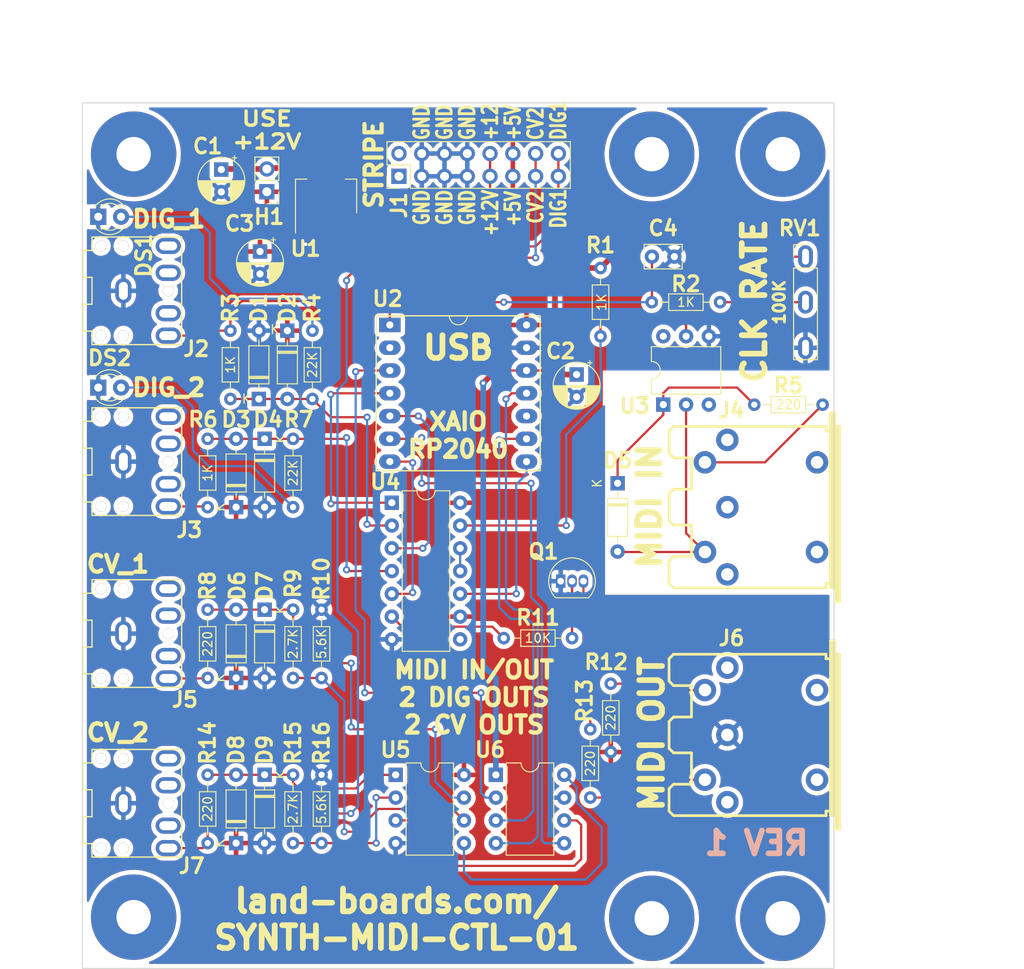
<source format=kicad_pcb>
(kicad_pcb (version 20211014) (generator pcbnew)
  (title_block (title "SYNTH MIDI COMTROLLER") (date "2022-09-23") (rev "1") (company "LAND BOARDS, LLC"))
  (layers (0 "F.Cu" signal) (31 "B.Cu" signal) (34 "B.Paste" user) (35 "F.Paste" user) (36 "B.SilkS" user "B.Silkscreen") (37 "F.SilkS" user "F.Silkscreen") (38 "B.Mask" user) (39 "F.Mask" user) (44 "Edge.Cuts" user))
  (net 0 "")
  (net 1 "Net-(D5-Pad1)")
  (net 2 "+3V3")
  (net 3 "+5V")
  (net 4 "/FREQ_POT")
  (net 6 "+12V")
  (net 7 "/GATE")
  (net 8 "Net-(C1-Pad1)")
  (net 13 "/RXD")
  (net 16 "/MIDI_IN")
  (net 17 "/CLK")
  (net 18 "Net-(D5-Pad2)")
  (net 19 "Net-(J6-Pad5)")
  (net 20 "Net-(Q1-Pad2)")
  (net 21 "Net-(Q1-Pad3)")
  (net 22 "Net-(DS1-Pad2)")
  (net 23 "Net-(J6-Pad4)")
  (net 24 "/GATE_I")
  (net 25 "/CLK_I")
  (net 26 "Net-(DS2-Pad2)")
  (net 28 "Net-(U5-Pad3)")
  (net 29 "Net-(R2-Pad1)")
  (net 30 "Net-(R10-Pad2)")
  (net 31 "Net-(R11-Pad2)")
  (net 33 "Net-(U2-Pad6)")
  (net 34 "Net-(U2-Pad9)")
  (net 36 "Net-(U2-Pad11)")
  (net 39 "Net-(R15-Pad1)")
  (net 40 "Net-(D6-Pad2)")
  (net 41 "Net-(D8-Pad2)")
  (net 42 "Net-(U2-Pad3)")
  (net 43 "Net-(U5-Pad5)")
  (net 48 "GND")
  (net 49 "Net-(R1-Pad1)")
  (net 50 "Net-(U2-Pad7)")
  (net 51 "Net-(U4-Pad11)")
  (net 52 "/DIG1")
  (net 53 "/DIG2")
  (net 54 "/CV1")
  (net 55 "/CV2")
  (footprint "Capacitor_THT:CP_Radial_D5.0mm_P2.50mm" (layer "F.Cu") (at 106.172 39.434888 -90)
    (fp_text reference "C3")
    (fp_text value "10uF")
  )
  (footprint "Diode_THT:D_DO-35_SOD27_P7.62mm_Horizontal" (layer "F.Cu") (at 106.68 60.325 -90)
    (fp_text reference "D4")
    (fp_text value "BAT41")
  )
  (footprint "Capacitor_THT:CP_Radial_D5.0mm_P2.50mm" (layer "F.Cu") (at 141.478 53.150888 -90)
    (fp_text reference "C2")
    (fp_text value "10uF")
  )
  (footprint "Diode_THT:D_DO-35_SOD27_P7.62mm_Horizontal" (layer "F.Cu") (at 106.68 97.79 -90)
    (fp_text reference "D9")
    (fp_text value "BAT41")
  )
  (footprint "LandBoards_MountHoles:MTG-6-32" (layer "F.Cu") (at 92.075 113.665)
    (fp_text reference "MTG2" hide)
    (fp_text value "MountingHole" hide)
  )
  (footprint "LandBoards_Conns:Pot3" (layer "F.Cu") (at 167.005 40.01)
    (fp_text reference "RV1")
    (fp_text value "100K")
  )
  (footprint "LandBoards_MountHoles:MTG-6-32" (layer "F.Cu") (at 164.465 28.575)
    (fp_text reference "MTG3" hide)
    (fp_text value "MountingHole" hide)
  )
  (footprint "LandBoards_MountHoles:MTG-6-32" (layer "F.Cu") (at 146.558 114.173)
    (fp_text reference "MTG6" hide)
    (fp_text value "MountingHole" hide)
  )
  (footprint "Resistor_THT:R_Axial_DIN0204_L3.6mm_D1.6mm_P7.62mm_Horizontal" (layer "F.Cu") (at 100.33 79.375 -90)
    (fp_text reference "R8")
    (fp_text value "220")
  )
  (footprint "Resistor_THT:R_Axial_DIN0204_L3.6mm_D1.6mm_P7.62mm_Horizontal" (layer "F.Cu") (at 100.33 60.325 -90)
    (fp_text reference "R6")
    (fp_text value "1K")
  )
  (footprint "Resistor_THT:R_Axial_DIN0204_L3.6mm_D1.6mm_P7.62mm_Horizontal" (layer "F.Cu") (at 168.91 56.515 180)
    (fp_text reference "R5")
    (fp_text value "220")
  )
  (footprint "Resistor_THT:R_Axial_DIN0204_L3.6mm_D1.6mm_P7.62mm_Horizontal" (layer "F.Cu") (at 109.855 105.41 90)
    (fp_text reference "R15")
    (fp_text value "2.7K")
  )
  (footprint "LandBoards_Conns:Jack_3.5mm_CUI_SJ1-3523N_Horizontal" (layer "F.Cu") (at 90.932 62.865 90)
    (fp_text reference "J3")
    (fp_text value "AudioJack3" hide)
  )
  (footprint "Package_DIP:DIP-6_W7.62mm" (layer "F.Cu") (at 151.145 56.505 90)
    (fp_text reference "U3")
    (fp_text value "CNY17-4X006")
  )
  (footprint "LandBoards_Conns:Jack_3.5mm_CUI_SJ1-3523N_Horizontal" (layer "F.Cu") (at 90.932 82.042 90)
    (fp_text reference "J5")
    (fp_text value "AudioJack3" hide)
  )
  (footprint "Diode_THT:D_DO-35_SOD27_P7.62mm_Horizontal" (layer "F.Cu") (at 103.505 86.995 90)
    (fp_text reference "D6")
    (fp_text value "BAT41")
  )
  (footprint "Package_DIP:DIP-8_W7.62mm" (layer "F.Cu") (at 132.471 97.8)
    (fp_text reference "U6")
    (fp_text value "MCP4822-E/P")
  )
  (footprint "Resistor_THT:R_Axial_DIN0204_L3.6mm_D1.6mm_P7.62mm_Horizontal" (layer "F.Cu") (at 109.855 86.995 90)
    (fp_text reference "R9")
    (fp_text value "2.7K")
  )
  (footprint "Diode_THT:D_DO-35_SOD27_P7.62mm_Horizontal" (layer "F.Cu") (at 146.05 65.278 -90)
    (fp_text reference "D5")
    (fp_text value "BAT41")
  )
  (footprint "Resistor_THT:R_Axial_DIN0204_L3.6mm_D1.6mm_P7.62mm_Horizontal" (layer "F.Cu") (at 100.33 97.79 -90)
    (fp_text reference "R14")
    (fp_text value "220")
  )
  (footprint "Diode_THT:D_DO-35_SOD27_P7.62mm_Horizontal" (layer "F.Cu") (at 103.505 105.41 90)
    (fp_text reference "D8")
    (fp_text value "BAT41")
  )
  (footprint "Diode_THT:D_DO-35_SOD27_P7.62mm_Horizontal" (layer "F.Cu") (at 103.505 67.945 90)
    (fp_text reference "D3")
    (fp_text value "BAT41")
  )
  (footprint "Diode_THT:D_DO-35_SOD27_P7.62mm_Horizontal" (layer "F.Cu") (at 106.045 55.88 90)
    (fp_text reference "D1")
    (fp_text value "BAT41")
  )
  (footprint "Package_DIP:DIP-8_W7.62mm" (layer "F.Cu") (at 121.295 97.8)
    (fp_text reference "U5")
    (fp_text value "MCP6232")
  )
  (footprint "LandBoards_Conns:MIDI_DIN-5" (layer "F.Cu") (at 161.29 93.345 90)
    (fp_text reference "J6")
    (fp_text value "DIN-5" hide)
  )
  (footprint "Resistor_THT:R_Axial_DIN0204_L3.6mm_D1.6mm_P7.62mm_Horizontal" (layer "F.Cu") (at 113.03 79.375 -90)
    (fp_text reference "R10")
    (fp_text value "5.6K")
  )
  (footprint "Resistor_THT:R_Axial_DIN0204_L3.6mm_D1.6mm_P7.62mm_Horizontal" (layer "F.Cu") (at 102.87 55.88 90)
    (fp_text reference "R3")
    (fp_text value "1K")
  )
  (footprint "LandBoards_MountHoles:MTG-6-32" (layer "F.Cu") (at 147.574 28.194)
    (fp_text reference "MTG5" hide)
    (fp_text value "MountingHole" hide)
  )
  (footprint "Diode_THT:D_DO-35_SOD27_P7.62mm_Horizontal" (layer "F.Cu") (at 106.68 79.375 -90)
    (fp_text reference "D7")
    (fp_text value "BAT41")
  )
  (footprint "Connector_PinHeader_2.54mm:PinHeader_2x08_P2.54mm_Vertical" (layer "F.Cu") (at 121.666 31.05 90)
    (fp_text reference "J1")
    (fp_text value "Conn_02x08_Odd_Even")
  )
  (footprint "Resistor_THT:R_Axial_DIN0204_L3.6mm_D1.6mm_P7.62mm_Horizontal" (layer "F.Cu") (at 143.002 92.71 -90)
    (fp_text reference "R13")
    (fp_text value "220")
  )
  (footprint "Resistor_THT:R_Axial_DIN0204_L3.6mm_D1.6mm_P7.62mm_Horizontal" (layer "F.Cu") (at 157.48 45.085 180)
    (fp_text reference "R2")
    (fp_text value "1K")
  )
  (footprint "Package_TO_SOT_THT:TO-92_Inline" (layer "F.Cu") (at 139.7 76.2)
    (fp_text reference "Q1")
    (fp_text value "2N3904")
  )
  (footprint "LandBoards_BoardOutlines:QT_Py" (layer "F.Cu") (at 120.65 47.625)
    (fp_text reference "U2")
    (fp_text value "XIAO_RP2040")
  )
  (footprint "Diode_THT:D_DO-35_SOD27_P7.62mm_Horizontal" (layer "F.Cu") (at 109.22 48.26 -90)
    (fp_text reference "D2")
    (fp_text value "BAT41")
  )
  (footprint "Connector_PinHeader_2.54mm:PinHeader_1x02_P2.54mm_Vertical" (layer "F.Cu") (at 106.934 32.771 180)
    (fp_text reference "H1")
    (fp_text value "Conn_01x02")
  )
  (footprint "LandBoards_MountHoles:MTG-6-32" (layer "F.Cu") (at 164.465 113.665)
    (fp_text reference "MTG4" hide)
    (fp_text value "MountingHole" hide)
  )
  (footprint "LandBoards_MountHoles:MTG-6-32" (layer "F.Cu") (at 92.075 28.575)
    (fp_text reference "MTG1" hide)
    (fp_text value "MountingHole" hide)
  )
  (footprint "Resistor_THT:R_Axial_DIN0204_L3.6mm_D1.6mm_P7.62mm_Horizontal" (layer "F.Cu") (at 113.03 97.79 -90)
    (fp_text reference "R16")
    (fp_text value "5.6K")
  )
  (footprint "Resistor_THT:R_Axial_DIN0204_L3.6mm_D1.6mm_P7.62mm_Horizontal" (layer "F.Cu") (at 144.145 48.895 90)
    (fp_text reference "R1")
    (fp_text value "1K")
  )
  (footprint "Resistor_THT:R_Axial_DIN0204_L3.6mm_D1.6mm_P7.62mm_Horizontal" (layer "F.Cu") (at 112.014 48.26 -90)
    (fp_text reference "R4")
    (fp_text value "22K")
  )
  (footprint "Resistor_THT:R_Axial_DIN0204_L3.6mm_D1.6mm_P7.62mm_Horizontal" (layer "F.Cu") (at 109.855 67.945 90)
    (fp_text reference "R7")
    (fp_text value "22K")
  )
  (footprint "LandBoards_Conns:MIDI_DIN-5" (layer "F.Cu") (at 161.29 67.945 90)
    (fp_text reference "J4")
    (fp_text value "DIN-5" hide)
  )
  (footprint "Resistor_THT:R_Axial_DIN0204_L3.6mm_D1.6mm_P7.62mm_Horizontal" (layer "F.Cu") (at 145.288 87.63 -90)
    (fp_text reference "R12")
    (fp_text value "220")
  )
  (footprint "LED_THT:LED_D3.0mm" (layer "F.Cu") (at 88.133 35.56)
    (fp_text reference "DS1")
    (fp_text value "LED")
  )
  (footprint "LandBoards_Conns:Jack_3.5mm_CUI_SJ1-3523N_Horizontal" (layer "F.Cu") (at 90.932 43.815 90)
    (fp_text reference "J2")
    (fp_text value "AudioJack3" hide)
  )
  (footprint "Capacitor_THT:CP_Radial_D5.0mm_P2.50mm" (layer "F.Cu") (at 101.854 30.290888 -90)
    (fp_text reference "C1")
    (fp_text value "10uF")
  )
  (footprint "LandBoards_Conns:Jack_3.5mm_CUI_SJ1-3523N_Horizontal" (layer "F.Cu") (at 90.932 100.965 90)
    (fp_text reference "J7")
    (fp_text value "AudioJack3" hide)
  )
  (footprint "LED_THT:LED_D3.0mm" (layer "F.Cu") (at 88.133 54.61)
    (fp_text reference "DS2")
    (fp_text value "LED")
  )
  (footprint "Package_DIP:DIP-14_W7.62mm" (layer "F.Cu") (at 120.87 67.45)
    (fp_text reference "U4")
    (fp_text value "74HC14")
  )
  (footprint "Resistor_THT:R_Axial_DIN0204_L3.6mm_D1.6mm_P7.62mm_Horizontal" (layer "F.Cu") (at 140.97 82.55 180)
    (fp_text reference "R11")
    (fp_text value "10K")
  )
  (footprint "Package_TO_SOT_SMD:SOT-223" (layer "F.Cu") (at 113.538 33.274 90)
    (fp_text reference "U1")
    (fp_text value "AZ1117-5")
  )
  (footprint "Capacitor_THT:C_Rect_L4.0mm_W2.5mm_P2.50mm" (layer "F.Cu") (at 149.88 40.005)
    (fp_text reference "C4")
    (fp_text value "220pF")
  )
  (gr_rect (start 86.36 22.86) (end 170.18 119.38) (layer "Edge.Cuts") (width 0.1) (fill none))
  (gr_text "REV 1" (at 161.544 105.41) (layer "B.SilkS") (effects (font (size 2.54 2.54) (thickness 0.635)) (justify mirror)))
  (gr_text "XAIO\nRP2040" (at 128.27 59.944) (layer "F.SilkS") (effects (font (size 1.905 1.905) (thickness 0.47625))))
  (gr_text "STRIPE" (at 118.872 29.718 90) (layer "F.SilkS") (effects (font (size 1.905 1.905) (thickness 0.47625))))
  (gr_text "CV_1" (at 86.614 74.295) (layer "F.SilkS") (effects (font (size 1.8796 1.905) (thickness 0.4699)) (justify left)))
  (gr_text "GND" (at 126.746 27.178 90) (layer "F.SilkS") (effects (font (size 1.651 1.27) (thickness 0.3175)) (justify left)))
  (gr_text "GND" (at 129.286 27.178 90) (layer "F.SilkS") (effects (font (size 1.651 1.27) (thickness 0.3175)) (justify left)))
  (gr_text "DIG_1" (at 91.694 35.814) (layer "F.SilkS") (effects (font (size 1.8796 1.905) (thickness 0.4699)) (justify left)))
  (gr_text "CV2" (at 136.906 32.512 90) (layer "F.SilkS") (effects (font (size 1.651 1.27) (thickness 0.3175)) (justify right)))
  (gr_text "+5V" (at 134.366 27.18 90) (layer "F.SilkS") (effects (font (size 1.651 1.27) (thickness 0.3175)) (justify left)))
  (gr_text "land-boards.com/\nSYNTH-MIDI-CTL-01" (at 121.412 113.919) (layer "F.SilkS") (effects (font (size 2.54 2.54) (thickness 0.635))))
  (gr_text "GND" (at 124.206 32.38 90) (layer "F.SilkS") (effects (font (size 1.651 1.27) (thickness 0.3175)) (justify right)))
  (gr_text "+12V" (at 131.856 32.38 90) (layer "F.SilkS") (effects (font (size 1.651 1.27) (thickness 0.3175)) (justify right)))
  (gr_text "MIDI OUT" (at 149.86 93.218 90) (layer "F.SilkS") (effects (font (size 2.54 2.54) (thickness 0.635))))
  (gr_text "+5V" (at 134.366 32.512 90) (layer "F.SilkS") (effects (font (size 1.651 1.27) (thickness 0.3175)) (justify right)))
  (gr_text "GND" (at 129.286 32.38 90) (layer "F.SilkS") (effects (font (size 1.651 1.27) (thickness 0.3175)) (justify right)))
  (gr_text "DIG1" (at 139.446 32.258 90) (layer "F.SilkS") (effects (font (size 1.651 1.27) (thickness 0.3175)) (justify right)))
  (gr_text "CV_2" (at 86.614 93.091) (layer "F.SilkS") (effects (font (size 1.905 1.905) (thickness 0.47625)) (justify left)))
  (gr_text "CV2" (at 136.906 27.178 90) (layer "F.SilkS") (effects (font (size 1.651 1.27) (thickness 0.3175)) (justify left)))
  (gr_text "USB" (at 128.27 50.165) (layer "F.SilkS") (effects (font (size 2.54 2.54) (thickness 0.635))))
  (gr_text "+12" (at 131.826 27.18 90) (layer "F.SilkS") (effects (font (size 1.651 1.27) (thickness 0.3175)) (justify left)))
  (gr_text "GND" (at 124.206 27.178 90) (layer "F.SilkS") (effects (font (size 1.651 1.27) (thickness 0.3175)) (justify left)))
  (gr_text "CLK RATE" (at 161.29 44.958 90) (layer "F.SilkS") (effects (font (size 2.54 2.54) (thickness 0.635))))
  (gr_text "MIDI IN/OUT\n2 DIG OUTS\n2 CV OUTS" (at 130.048 89.154) (layer "F.SilkS") (effects (font (size 1.905 1.905) (thickness 0.47625))))
  (gr_text "GND" (at 126.746 32.38 90) (layer "F.SilkS") (effects (font (size 1.651 1.27) (thickness 0.3175)) (justify right)))
  (gr_text "DIG_2" (at 91.694 54.61) (layer "F.SilkS") (effects (font (size 1.8796 1.905) (thickness 0.4699)) (justify left)))
  (gr_text "MIDI IN" (at 149.606 67.818 90) (layer "F.SilkS") (effects (font (size 2.54 2.54) (thickness 0.635))))
  (gr_text "DIG1" (at 139.446 27.178 90) (layer "F.SilkS") (effects (font (size 1.651 1.27) (thickness 0.3175)) (justify left)))
  (gr_text "USE\n+12V" (at 106.934 25.908) (layer "F.SilkS") (effects (font (size 1.5875 1.905) (thickness 0.381))))
  (segment (start 159.385 54.61) (end 151.765 54.61) (width 0.25) (layer "F.Cu") (net 1))
  (segment (start 151.145 56.505) (end 151.145 57.643) (width 0.25) (layer "F.Cu") (net 1))
  (segment (start 151.145 55.23) (end 151.145 56.505) (width 0.25) (layer "F.Cu") (net 1))
  (segment (start 151.145 57.643) (end 146.05 62.738) (width 0.25) (layer "F.Cu") (net 1))
  (segment (start 146.05 62.738) (end 146.05 65.278) (width 0.25) (layer "F.Cu") (net 1))
  (segment (start 151.765 54.61) (end 151.145 55.23) (width 0.25) (layer "F.Cu") (net 1))
  (segment (start 161.29 56.515) (end 159.385 54.61) (width 0.25) (layer "F.Cu") (net 1))
  (segment (start 137.795 52.705) (end 138.557 51.943) (width 0.635) (layer "F.Cu") (net 2))
  (segment (start 131.064 54.102) (end 132.461 52.705) (width 0.635) (layer "F.Cu") (net 2))
  (segment (start 138.557 51.943) (end 139.065 51.435) (width 0.635) (layer "F.Cu") (net 2))
  (segment (start 160.274 36.83) (end 163.454 40.01) (width 0.635) (layer "F.Cu") (net 2))
  (segment (start 138.557 51.943) (end 139.764888 53.150888) (width 0.635) (layer "F.Cu") (net 2))
  (segment (start 132.461 52.705) (end 135.89 52.705) (width 0.25) (layer "F.Cu") (net 2))
  (segment (start 135.89 52.705) (end 137.795 52.705) (width 0.25) (layer "F.Cu") (net 2))
  (segment (start 148.59 36.83) (end 160.274 36.83) (width 0.635) (layer "F.Cu") (net 2))
  (segment (start 163.454 40.01) (end 167.005 40.01) (width 0.25) (layer "F.Cu") (net 2))
  (segment (start 139.065 51.435) (end 139.065 43.18) (width 0.635) (layer "F.Cu") (net 2))
  (segment (start 140.97 41.275) (end 144.145 41.275) (width 0.635) (layer "F.Cu") (net 2))
  (segment (start 139.065 43.18) (end 140.97 41.275) (width 0.635) (layer "F.Cu") (net 2))
  (segment (start 144.145 41.275) (end 148.59 36.83) (width 0.635) (layer "F.Cu") (net 2))
  (segment (start 139.764888 53.150888) (end 141.478 53.150888) (width 0.635) (layer "F.Cu") (net 2))
  (via (at 131.064 54.102) (size 0.8) (drill 0.4) (layers "F.Cu" "B.Cu") (net 2))
  (segment (start 131.064 54.102) (end 131.064 85.598) (width 0.635) (layer "B.Cu") (net 2))
  (segment (start 132.471 87.005) (end 131.064 85.598) (width 0.635) (layer "B.Cu") (net 2))
  (segment (start 132.471 87.005) (end 132.471 97.8) (width 0.635) (layer "B.Cu") (net 2))
  (segment (start 120.65 45.72) (end 120.65 47.625) (width 0.25) (layer "F.Cu") (net 4))
  (segment (start 121.285 45.085) (end 120.65 45.72) (width 0.25) (layer "F.Cu") (net 4))
  (segment (start 133.35 45.085) (end 121.285 45.085) (width 0.25) (layer "F.Cu") (net 4))
  (segment (start 149.88 40.005) (end 149.88 45.065) (width 0.25) (layer "F.Cu") (net 4))
  (via (at 133.35 45.085) (size 0.8) (drill 0.4) (layers "F.Cu" "B.Cu") (net 4))
  (segment (start 149.86 45.085) (end 133.35 45.085) (width 0.25) (layer "B.Cu") (net 4))
  (segment (start 115.838 36.424) (end 128.93 36.424) (width 0.635) (layer "F.Cu") (net 6))
  (segment (start 128.93 36.424) (end 131.826 33.528) (width 0.635) (layer "F.Cu") (net 6))
  (segment (start 131.826 33.528) (end 131.826 31.05) (width 0.254) (layer "F.Cu") (net 6))
  (segment (start 131.826 31.05) (end 131.826 28.51) (width 0.254) (layer "F.Cu") (net 6))
  (segment (start 114.046 55.372) (end 114.173 55.245) (width 0.25) (layer "F.Cu") (net 7))
  (segment (start 114.173 55.245) (end 120.65 55.245) (width 0.25) (layer "F.Cu") (net 7))
  (segment (start 120.87 67.45) (end 114.1955 67.45) (width 0.25) (layer "F.Cu") (net 7))
  (segment (start 114.1955 67.45) (end 114.0815 67.564) (width 0.25) (layer "F.Cu") (net 7))
  (via (at 114.046 55.372) (size 0.8) (drill 0.4) (layers "F.Cu" "B.Cu") (net 7))
  (via (at 114.0815 67.564) (size 0.8) (drill 0.4) (layers "F.Cu" "B.Cu") (net 7))
  (segment (start 114.0815 67.564) (end 114.0815 55.4075) (width 0.25) (layer "B.Cu") (net 7))
  (segment (start 114.0815 55.4075) (end 114.046 55.372) (width 0.25) (layer "B.Cu") (net 7))
  (segment (start 106.934 30.231) (end 101.913888 30.231) (width 0.635) (layer "F.Cu") (net 8))
  (segment (start 113.538 36.424) (end 113.538 30.124) (width 0.635) (layer "F.Cu") (net 8))
  (segment (start 113.538 30.124) (end 107.041 30.124) (width 0.635) (layer "F.Cu") (net 8))
  (segment (start 128.49 77.61) (end 134.734 77.61) (width 0.25) (layer "F.Cu") (net 13))
  (segment (start 134.734 77.61) (end 134.747 77.597) (width 0.25) (layer "F.Cu") (net 13))
  (via (at 134.747 77.597) (size 0.8) (drill 0.4) (layers "F.Cu" "B.Cu") (net 13))
  (segment (start 134.747 77.597) (end 134.747 65.405) (width 0.25) (layer "B.Cu") (net 13))
  (segment (start 134.747 65.405) (end 135.89 64.262) (width 0.25) (layer "B.Cu") (net 13))
  (segment (start 135.89 64.262) (end 135.89 62.865) (width 0.25) (layer "B.Cu") (net 13))
  (segment (start 155.79 62.945) (end 162.48 62.945) (width 0.25) (layer "F.Cu") (net 16))
  (segment (start 162.48 62.945) (end 168.91 56.515) (width 0.25) (layer "F.Cu") (net 16))
  (segment (start 124.32 72.53) (end 120.87 72.53) (width 0.25) (layer "F.Cu") (net 17))
  (segment (start 120.65 57.785) (end 123.825 57.785) (width 0.25) (layer "F.Cu") (net 17))
  (via (at 123.825 57.785) (size 0.8) (drill 0.4) (layers "F.Cu" "B.Cu") (net 17))
  (via (at 124.32 72.53) (size 0.8) (drill 0.4) (layers "F.Cu" "B.Cu") (net 17))
  (segment (start 123.825 57.785) (end 124.968 58.928) (width 0.25) (layer "B.Cu") (net 17))
  (segment (start 124.968 58.928) (end 124.968 71.882) (width 0.25) (layer "B.Cu") (net 17))
  (segment (start 124.968 71.882) (end 124.32 72.53) (width 0.25) (layer "B.Cu") (net 17))
  (segment (start 153.685 70.84) (end 155.79 72.945) (width 0.25) (layer "F.Cu") (net 18))
  (segment (start 153.685 56.505) (end 153.685 70.84) (width 0.25) (layer "F.Cu") (net 18))
  (segment (start 155.79 72.945) (end 146.097 72.945) (width 0.25) (layer "F.Cu") (net 18))
  (segment (start 150.575 98.345) (end 148.59 100.33) (width 0.25) (layer "F.Cu") (net 19))
  (segment (start 155.79 98.345) (end 150.575 98.345) (width 0.25) (layer "F.Cu") (net 19))
  (segment (start 143.002 100.33) (end 148.59 100.33) (width 0.25) (layer "F.Cu") (net 19))
  (segment (start 140.97 82.55) (end 140.97 76.2) (width 0.25) (layer "F.Cu") (net 20))
  (segment (start 143.002 90.932) (end 142.24 90.17) (width 0.25) (layer "F.Cu") (net 21))
  (segment (start 142.24 76.2) (end 142.24 90.17) (width 0.25) (layer "F.Cu") (net 21))
  (segment (start 143.002 92.71) (end 143.002 90.932) (width 0.25) (layer "F.Cu") (net 21))
  (segment (start 100.584 37.338) (end 98.806 35.56) (width 0.25) (layer "B.Cu") (net 22))
  (segment (start 102.87 44.704) (end 100.584 42.418) (width 0.25) (layer "B.Cu") (net 22))
  (segment (start 102.87 44.704) (end 110.49 44.704) (width 0.25) (layer "B.Cu") (net 22))
  (segment (start 112.014 48.26) (end 112.014 46.228) (width 0.25) (layer "B.Cu") (net 22))
  (segment (start 98.806 35.56) (end 90.673 35.56) (width 0.25) (layer "B.Cu") (net 22))
  (segment (start 112.014 46.228) (end 110.49 44.704) (width 0.25) (layer "B.Cu") (net 22))
  (segment (start 100.584 42.418) (end 100.584 37.338) (width 0.25) (layer "B.Cu") (net 22))
  (segment (start 144.78 87.63) (end 148.684 87.63) (width 0.25) (layer "F.Cu") (net 23))
  (segment (start 155.79 88.345) (end 149.399 88.345) (width 0.25) (layer "F.Cu") (net 23))
  (segment (start 148.684 87.63) (end 149.399 88.345) (width 0.25) (layer "F.Cu") (net 23))
  (segment (start 114.046 57.912) (end 112.014 55.88) (width 0.25) (layer "F.Cu") (net 24))
  (segment (start 106.045 55.88) (end 109.22 55.88) (width 0.25) (layer "F.Cu") (net 24))
  (segment (start 120.87 69.99) (end 118.25 69.99) (width 0.25) (layer "F.Cu") (net 24))
  (segment (start 118.25 69.99) (end 118.11 69.85) (width 0.25) (layer "F.Cu") (net 24))
  (segment (start 102.87 55.88) (end 106.045 55.88) (width 0.25) (layer "F.Cu") (net 24))
  (segment (start 109.22 55.88) (end 112.014 55.88) (width 0.25) (layer "F.Cu") (net 24))
  (segment (start 118.11 57.912) (end 114.046 57.912) (width 0.25) (layer "F.Cu") (net 24))
  (via (at 118.11 57.912) (size 0.8) (drill 0.4) (layers "F.Cu" "B.Cu") (net 24))
  (via (at 118.11 69.85) (size 0.8) (drill 0.4) (layers "F.Cu" "B.Cu") (net 24))
  (segment (start 118.11 57.912) (end 118.11 69.85) (width 0.25) (layer "B.Cu") (net 24))
  (segment (start 103.505 60.325) (end 115.697 60.325) (width 0.25) (layer "F.Cu") (net 25))
  (segment (start 115.697 60.325) (end 115.824 60.198) (width 0.25) (layer "F.Cu") (net 25))
  (segment (start 100.33 60.325) (end 103.505 60.325) (width 0.25) (layer "F.Cu") (net 25))
  (segment (start 115.964 75.07) (end 115.824 74.93) (width 0.25) (layer "F.Cu") (net 25))
  (segment (start 115.964 75.07) (end 120.87 75.07) (width 0.25) (layer "F.Cu") (net 25))
  (via (at 115.824 60.198) (size 0.8) (drill 0.4) (layers "F.Cu" "B.Cu") (net 25))
  (via (at 115.824 74.93) (size 0.8) (drill 0.4) (layers "F.Cu" "B.Cu") (net 25))
  (segment (start 115.824 60.198) (end 115.824 74.93) (width 0.25) (layer "B.Cu") (net 25))
  (segment (start 98.679 61.595) (end 100.457 63.373) (width 0.25) (layer "B.Cu") (net 26))
  (segment (start 98.679 56.769) (end 98.679 61.595) (width 0.25) (layer "B.Cu") (net 26))
  (segment (start 100.457 63.373) (end 105.283 63.373) (width 0.25) (layer "B.Cu") (net 26))
  (segment (start 90.673 54.61) (end 96.52 54.61) (width 0.25) (layer "B.Cu") (net 26))
  (segment (start 105.283 63.373) (end 109.855 67.945) (width 0.25) (layer "B.Cu") (net 26))
  (segment (start 96.52 54.61) (end 98.679 56.769) (width 0.25) (layer "B.Cu") (net 26))
  (segment (start 124.714 107.95) (end 141.224 107.95) (width 0.25) (layer "F.Cu") (net 28))
  (segment (start 141.986 103.378) (end 141.986 107.188) (width 0.25) (layer "F.Cu") (net 28))
  (segment (start 141.488 102.88) (end 141.986 103.378) (width 0.25) (layer "F.Cu") (net 28))
  (segment (start 123.698 106.934) (end 124.714 107.95) (width 0.25) (layer "F.Cu") (net 28))
  (segment (start 121.295 102.88) (end 122.946 102.88) (width 0.25) (layer "F.Cu") (net 28))
  (segment (start 140.091 102.88) (end 141.488 102.88) (width 0.25) (layer "F.Cu") (net 28))
  (segment (start 141.986 107.188) (end 141.224 107.95) (width 0.25) (layer "F.Cu") (net 28))
  (segment (start 123.698 103.632) (end 123.698 106.934) (width 0.25) (layer "F.Cu") (net 28))
  (segment (start 122.946 102.88) (end 123.698 103.632) (width 0.25) (layer "F.Cu") (net 28))
  (segment (start 157.48 45.085) (end 167 45.085) (width 0.25) (layer "F.Cu") (net 29))
  (segment (start 127.635 101.6) (end 119.38 101.6) (width 0.25) (layer "F.Cu") (net 30))
  (segment (start 109.855 86.995) (end 113.03 86.995) (width 0.25) (layer "F.Cu") (net 30))
  (segment (start 116.84 104.14) (end 115.57 104.14) (width 0.25) (layer "F.Cu") (net 30))
  (segment (start 128.915 102.88) (end 127.635 101.6) (width 0.25) (layer "F.Cu") (net 30))
  (segment (start 119.38 101.6) (end 116.84 104.14) (width 0.25) (layer "F.Cu") (net 30))
  (via (at 115.57 104.14) (size 0.8) (drill 0.4) (layers "F.Cu" "B.Cu") (net 30))
  (segment (start 115.57 89.535) (end 113.03 86.995) (width 0.25) (layer "B.Cu") (net 30))
  (segment (start 115.57 104.14) (end 115.57 89.535) (width 0.25) (layer "B.Cu") (net 30))
  (segment (start 120.87 80.15) (end 121.994511 81.274511) (width 0.25) (layer "F.Cu") (net 31))
  (segment (start 132.074511 81.274511) (end 133.35 82.55) (width 0.25) (layer "F.Cu") (net 31))
  (segment (start 121.994511 81.274511) (end 132.074511 81.274511) (width 0.25) (layer "F.Cu") (net 31))
  (segment (start 124.079 60.325) (end 124.206 60.198) (width 0.25) (layer "F.Cu") (net 33))
  (segment (start 120.65 60.325) (end 124.079 60.325) (width 0.25) (layer "F.Cu") (net 33))
  (segment (start 124.206 65.278) (end 136.398 65.278) (width 0.25) (layer "F.Cu") (net 33))
  (via (at 124.206 60.198) (size 0.8) (drill 0.4) (layers "F.Cu" "B.Cu") (net 33))
  (via (at 136.398 65.278) (size 0.8) (drill 0.4) (layers "F.Cu" "B.Cu") (net 33))
  (via (at 124.206 65.278) (size 0.8) (drill 0.4) (layers "F.Cu" "B.Cu") (net 33))
  (segment (start 136.398 77.978) (end 137.60952 79.18952) (width 0.25) (layer "B.Cu") (net 33))
  (segment (start 136.398 65.278) (end 136.398 77.978) (width 0.25) (layer "B.Cu") (net 33))
  (segment (start 137.60952 105.09752) (end 137.60952 79.18952) (width 0.25) (layer "B.Cu") (net 33))
  (segment (start 140.091 105.42) (end 137.932 105.42) (width 0.25) (layer "B.Cu") (net 33))
  (segment (start 137.932 105.42) (end 137.60952 105.09752) (width 0.25) (layer "B.Cu") (net 33))
  (segment (start 124.206 60.198) (end 124.206 65.278) (width 0.25) (layer "B.Cu") (net 33))
  (segment (start 132.969 60.325) (end 135.89 60.325) (width 0.25) (layer "F.Cu") (net 34))
  (segment (start 132.842 60.452) (end 132.969 60.325) (width 0.25) (layer "F.Cu") (net 34))
  (via (at 132.842 60.452) (size 0.8) (drill 0.4) (layers "F.Cu" "B.Cu") (net 34))
  (segment (start 132.842 60.452) (end 132.842 79.121) (width 0.25) (layer "B.Cu") (net 34))
  (segment (start 136.017 80.391) (end 136.651989 81.025989) (width 0.25) (layer "B.Cu") (net 34))
  (segment (start 134.112 80.391) (end 136.017 80.391) (width 0.25) (layer "B.Cu") (net 34))
  (segment (start 136.651989 101.854011) (end 135.626 102.88) (width 0.25) (layer "B.Cu") (net 34))
  (segment (start 135.626 102.88) (end 132.471 102.88) (width 0.25) (layer "B.Cu") (net 34))
  (segment (start 132.842 79.121) (end 134.112 80.391) (width 0.25) (layer "B.Cu") (net 34))
  (segment (start 136.651989 81.025989) (end 136.651989 101.854011) (width 0.25) (layer "B.Cu") (net 34))
  (segment (start 134.239 55.245) (end 135.89 55.245) (width 0.25) (layer "F.Cu") (net 36))
  (segment (start 133.604 55.88) (end 134.239 55.245) (width 0.25) (layer "F.Cu") (net 36))
  (via (at 133.604 55.88) (size 0.8) (drill 0.4) (layers "F.Cu" "B.Cu") (net 36))
  (segment (start 137.16 80.264) (end 137.16 104.648) (width 0.25) (layer "B.Cu") (net 36))
  (segment (start 136.271 79.375) (end 137.16 80.264) (width 0.25) (layer "B.Cu") (net 36))
  (segment (start 134.493 79.375) (end 136.271 79.375) (width 0.25) (layer "B.Cu") (net 36))
  (segment (start 133.604 55.88) (end 133.604 78.486) (width 0.25) (layer "B.Cu") (net 36))
  (segment (start 137.16 104.648) (end 136.388 105.42) (width 0.25) (layer "B.Cu") (net 36))
  (segment (start 133.604 78.486) (end 134.493 79.375) (width 0.25) (layer "B.Cu") (net 36))
  (segment (start 136.388 105.42) (end 132.471 105.42) (width 0.25) (layer "B.Cu") (net 36))
  (segment (start 121.295 100.34) (end 119.116 100.34) (width 0.25) (layer "F.Cu") (net 39))
  (segment (start 109.855 105.41) (end 113.03 105.41) (width 0.25) (layer "F.Cu") (net 39))
  (segment (start 113.03 105.41) (end 119.126 105.41) (width 0.25) (layer "F.Cu") (net 39))
  (via (at 119.126 105.41) (size 0.8) (drill 0.4) (layers "F.Cu" "B.Cu") (net 39))
  (via (at 119.116 100.34) (size 0.8) (drill 0.4) (layers "F.Cu" "B.Cu") (net 39))
  (segment (start 119.126 105.41) (end 119.126 100.35) (width 0.25) (layer "B.Cu") (net 39))
  (segment (start 119.126 100.35) (end 119.116 100.34) (width 0.25) (layer "B.Cu") (net 39))
  (segment (start 109.855 79.375) (end 109.855 80.899) (width 0.25) (layer "F.Cu") (net 40))
  (segment (start 125.73 92.71) (end 116.586 92.71) (width 0.25) (layer "F.Cu") (net 40))
  (segment (start 116.586 92.71) (end 116.332 92.456) (width 0.25) (layer "F.Cu") (net 40))
  (segment (start 100.33 79.375) (end 103.505 79.375) (width 0.25) (layer "F.Cu") (net 40))
  (segment (start 109.855 80.899) (end 114.3 85.344) (width 0.25) (layer "F.Cu") (net 40))
  (segment (start 103.505 79.375) (end 106.68 79.375) (width 0.25) (layer "F.Cu") (net 40))
  (segment (start 116.332 85.344) (end 114.3 85.344) (width 0.25) (layer "F.Cu") (net 40))
  (segment (start 106.68 79.375) (end 109.855 79.375) (width 0.25) (layer "F.Cu") (net 40))
  (via (at 125.73 92.71) (size 0.8) (drill 0.4) (layers "F.Cu" "B.Cu") (net 40))
  (via (at 116.332 92.456) (size 0.8) (drill 0.4) (layers "F.Cu" "B.Cu") (net 40))
  (via (at 116.332 85.344) (size 0.8) (drill 0.4) (layers "F.Cu" "B.Cu") (net 40))
  (segment (start 116.332 85.344) (end 116.332 92.456) (width 0.25) (layer "B.Cu") (net 40))
  (segment (start 127.518 100.34) (end 125.73 98.552) (width 0.25) (layer "B.Cu") (net 40))
  (segment (start 128.915 100.34) (end 127.518 100.34) (width 0.25) (layer "B.Cu") (net 40))
  (segment (start 125.73 98.552) (end 125.73 92.71) (width 0.25) (layer "B.Cu") (net 40))
  (segment (start 106.68 97.79) (end 109.855 97.79) (width 0.25) (layer "F.Cu") (net 41))
  (segment (start 118.374 97.8) (end 121.295 97.8) (width 0.25) (layer "F.Cu") (net 41))
  (segment (start 110.49 99.314) (end 116.86 99.314) (width 0.25) (layer "F.Cu") (net 41))
  (segment (start 103.505 97.79) (end 106.68 97.79) (width 0.25) (layer "F.Cu") (net 41))
  (segment (start 116.86 99.314) (end 118.374 97.8) (width 0.25) (layer "F.Cu") (net 41))
  (segment (start 109.855 97.79) (end 109.855 98.679) (width 0.25) (layer "F.Cu") (net 41))
  (segment (start 100.33 97.79) (end 103.505 97.79) (width 0.25) (layer "F.Cu") (net 41))
  (segment (start 109.855 98.679) (end 110.49 99.314) (width 0.25) (layer "F.Cu") (net 41))
  (segment (start 120.65 52.705) (end 116.967 52.705) (width 0.25) (layer "F.Cu") (net 42))
  (segment (start 116.967 52.705) (end 116.84 52.832) (width 0.25) (layer "F.Cu") (net 42))
  (segment (start 130.81 88.646) (end 117.856 88.646) (width 0.25) (layer "F.Cu") (net 42))
  (via (at 117.856 88.646) (size 0.8) (drill 0.4) (layers "F.Cu" "B.Cu") (net 42))
  (via (at 116.84 52.832) (size 0.8) (drill 0.4) (layers "F.Cu" "B.Cu") (net 42))
  (via (at 130.81 88.646) (size 0.8) (drill 0.4) (layers "F.Cu" "B.Cu") (net 42))
  (segment (start 117.856 80.518) (end 116.84 79.502) (width 0.25) (layer "B.Cu") (net 42))
  (segment (start 117.856 88.646) (end 117.856 80.518) (width 0.25) (layer "B.Cu") (net 42))
  (segment (start 131.328 100.34) (end 132.471 100.34) (width 0.25) (layer "B.Cu") (net 42))
  (segment (start 130.81 99.822) (end 131.328 100.34) (width 0.25) (layer "B.Cu") (net 42))
  (segment (start 130.81 99.822) (end 130.81 88.646) (width 0.25) (layer "B.Cu") (net 42))
  (segment (start 116.84 79.502) (end 116.84 52.832) (width 0.25) (layer "B.Cu") (net 42))
  (segment (start 141.478 99.187) (end 141.478 100.838) (width 0.25) (layer "B.Cu") (net 43))
  (segment (start 129.794 109.474) (end 128.915 108.595) (width 0.25) (layer "B.Cu") (net 43))
  (segment (start 144.272 107.696) (end 142.494 109.474) (width 0.25) (layer "B.Cu") (net 43))
  (segment (start 144.272 103.632) (end 144.272 107.696) (width 0.25) (layer "B.Cu") (net 43))
  (segment (start 140.091 97.8) (end 141.478 99.187) (width 0.25) (layer "B.Cu") (net 43))
  (segment (start 141.478 100.838) (end 144.272 103.632) (width 0.25) (layer "B.Cu") (net 43))
  (segment (start 128.915 108.595) (end 128.915 105.42) (width 0.25) (layer "B.Cu") (net 43))
  (segment (start 142.494 109.474) (end 129.794 109.474) (width 0.25) (layer "B.Cu") (net 43))
  (segment (start 111.238 38.622) (end 111.238 36.424) (width 0.254) (layer "F.Cu") (net 48))
  (via (at 111.238 38.622) (size 0.8) (drill 0.4) (layers "F.Cu" "B.Cu") (net 48))
  (segment (start 153.685 47.64) (end 153.035 46.99) (width 0.25) (layer "F.Cu") (net 49))
  (segment (start 144.78 46.99) (end 144.145 47.625) (width 0.25) (layer "F.Cu") (net 49))
  (segment (start 140.322 69.99) (end 128.49 69.99) (width 0.25) (layer "F.Cu") (net 49))
  (segment (start 153.035 46.99) (end 144.78 46.99) (width 0.25) (layer "F.Cu") (net 49))
  (segment (start 153.685 48.885) (end 153.685 47.64) (width 0.25) (layer "F.Cu") (net 49))
  (segment (start 144.145 47.625) (end 144.145 48.895) (width 0.25) (layer "F.Cu") (net 49))
  (via (at 140.322 69.99) (size 0.8) (drill 0.4) (layers "F.Cu" "B.Cu") (net 49))
  (segment (start 144.145 48.895) (end 144.145 56.007) (width 0.25) (layer "B.Cu") (net 49))
  (segment (start 140.322 69.99) (end 140.322 59.83) (width 0.25) (layer "B.Cu") (net 49))
  (segment (start 140.322 59.83) (end 144.145 56.007) (width 0.25) (layer "B.Cu") (net 49))
  (segment (start 120.65 62.865) (end 123.063 62.865) (width 0.25) (layer "F.Cu") (net 50))
  (segment (start 123.05 77.61) (end 123.19 77.47) (width 0.25) (layer "F.Cu") (net 50))
  (segment (start 123.19 62.992) (end 123.063 62.865) (width 0.25) (layer "F.Cu") (net 50))
  (segment (start 120.87 77.61) (end 123.05 77.61) (width 0.25) (layer "F.Cu") (net 50))
  (via (at 123.19 62.992) (size 0.8) (drill 0.4) (layers "F.Cu" "B.Cu") (net 50))
  (via (at 123.19 77.47) (size 0.8) (drill 0.4) (layers "F.Cu" "B.Cu") (net 50))
  (segment (start 123.19 77.47) (end 123.19 62.992) (width 0.25) (layer "B.Cu") (net 50))
  (segment (start 128.49 72.53) (end 128.49 75.07) (width 0.25) (layer "B.Cu") (net 51))
  (segment (start 117.602 38.862) (end 111.506 44.958) (width 0.25) (layer "F.Cu") (net 52))
  (segment (start 96.075 48.815) (end 99.267 48.815) (width 0.25) (layer "F.Cu") (net 52))
  (segment (start 102.87 46.228) (end 104.14 44.958) (width 0.25) (layer "F.Cu") (net 52))
  (segment (start 104.14 44.958) (end 111.506 44.958) (width 0.25) (layer "F.Cu") (net 52))
  (segment (start 139.446 28.51) (end 139.446 31.05) (width 0.254) (layer "F.Cu") (net 52))
  (segment (start 139.446 36.322) (end 139.446 31.05) (width 0.25) (layer "F.Cu") (net 52))
  (segment (start 136.906 38.862) (end 117.602 38.862) (width 0.25) (layer "F.Cu") (net 52))
  (segment (start 99.822 48.26) (end 102.87 48.26) (width 0.25) (layer "F.Cu") (net 52))
  (segment (start 136.906 38.862) (end 139.446 36.322) (width 0.25) (layer "F.Cu") (net 52))
  (segment (start 102.87 48.26) (end 102.87 46.228) (width 0.25) (layer "F.Cu") (net 52))
  (segment (start 99.267 48.815) (end 99.822 48.26) (width 0.25) (layer "F.Cu") (net 52))
  (segment (start 96.075 67.865) (end 100.25 67.865) (width 0.25) (layer "F.Cu") (net 53))
  (segment (start 95.932 87.042) (end 100.283 87.042) (width 0.25) (layer "F.Cu") (net 54))
  (segment (start 115.824 42.418) (end 115.824 42.672) (width 0.254) (layer "F.Cu") (net 55))
  (segment (start 99.775 105.965) (end 100.33 105.41) (width 0.25) (layer "F.Cu") (net 55))
  (segment (start 101.346 102.108) (end 100.33 103.124) (width 0.254) (layer "F.Cu") (net 55))
  (segment (start 136.906 28.51) (end 136.906 31.05) (width 0.254) (layer "F.Cu") (net 55))
  (segment (start 116.2945 102.108) (end 101.346 102.108) (width 0.254) (layer "F.Cu") (net 55))
  (segment (start 100.33 103.124) (end 100.33 105.41) (width 0.254) (layer "F.Cu") (net 55))
  (segment (start 95.932 105.965) (end 99.775 105.965) (width 0.25) (layer "F.Cu") (net 55))
  (segment (start 136.906 40.132) (end 118.11 40.132) (width 0.254) (layer "F.Cu") (net 55))
  (segment (start 118.11 40.132) (end 115.824 42.418) (width 0.254) (layer "F.Cu") (net 55))
  (via (at 116.2945 102.108) (size 0.8) (drill 0.4) (layers "F.Cu" "B.Cu") (net 55))
  (via (at 136.906 40.132) (size 0.8) (drill 0.4) (layers "F.Cu" "B.Cu") (net 55))
  (via (at 115.824 42.672) (size 0.8) (drill 0.4) (layers "F.Cu" "B.Cu") (net 55))
  (segment (start 117.094 81.788) (end 114.808 79.502) (width 0.254) (layer "B.Cu") (net 55))
  (segment (start 136.906 31.05) (end 136.906 40.132) (width 0.254) (layer "B.Cu") (net 55))
  (segment (start 116.2945 102.108) (end 117.094 101.3085) (width 0.254) (layer "B.Cu") (net 55))
  (segment (start 114.808 79.502) (end 114.808 54.864) (width 0.254) (layer "B.Cu") (net 55))
  (segment (start 114.808 54.864) (end 115.824 53.848) (width 0.254) (layer "B.Cu") (net 55))
  (segment (start 117.094 101.3085) (end 117.094 81.788) (width 0.254) (layer "B.Cu") (net 55))
  (segment (start 115.824 53.848) (end 115.824 42.672) (width 0.254) (layer "B.Cu") (net 55))
  (zone (net 3) (net_name "+5V") (layer "F.Cu") (connect_pads (clearance 0.508)) (min_thickness 0.254) (fill yes (thermal_gap 0.508) (thermal_bridge_width 0.508))
    (polygon (pts (xy 170.18 52.705) (xy 144.399 52.705) (xy 144.399 77.724) (xy 170.18 77.724) (xy 170.18 119.38) (xy 86.36 119.38) (xy 86.36 22.86) (xy 170.18 22.86)))
  )
  (zone (net 48) (net_name "GND") (layer "B.Cu") (connect_pads (clearance 0.508)) (min_thickness 0.254) (fill yes (thermal_gap 0.508) (thermal_bridge_width 0.508))
    (polygon (pts (xy 170.18 52.705) (xy 144.653 52.705) (xy 144.653 77.724) (xy 170.18 77.724) (xy 170.18 119.38) (xy 86.36 119.38) (xy 86.36 22.86) (xy 170.18 22.86)))
  )
)
</source>
